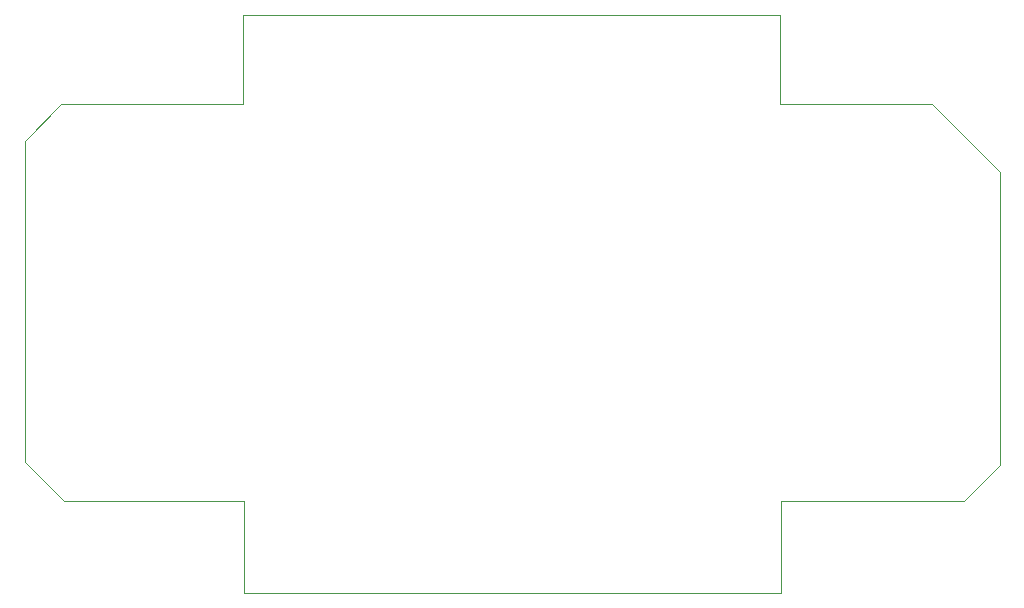
<source format=gbr>
%TF.GenerationSoftware,KiCad,Pcbnew,8.0.0*%
%TF.CreationDate,2024-02-28T09:47:00-08:00*%
%TF.ProjectId,SenseBarnacle,53656e73-6542-4617-926e-61636c652e6b,rev?*%
%TF.SameCoordinates,Original*%
%TF.FileFunction,Profile,NP*%
%FSLAX46Y46*%
G04 Gerber Fmt 4.6, Leading zero omitted, Abs format (unit mm)*
G04 Created by KiCad (PCBNEW 8.0.0) date 2024-02-28 09:47:00*
%MOMM*%
%LPD*%
G01*
G04 APERTURE LIST*
%TA.AperFunction,Profile*%
%ADD10C,0.050000*%
%TD*%
%TA.AperFunction,Profile*%
%ADD11C,0.120000*%
%TD*%
G04 APERTURE END LIST*
D10*
X52797199Y-25035000D02*
X37353999Y-25035000D01*
X113782599Y-58588400D02*
X116830599Y-55540400D01*
X98288599Y-59655200D02*
X98288599Y-58588400D01*
X111115599Y-25035000D02*
X116830599Y-30750000D01*
X52822599Y-59655200D02*
X52822599Y-58588400D01*
X37353999Y-25035000D02*
X34280599Y-28108400D01*
X34280599Y-28108400D02*
X34280599Y-55286400D01*
X52797199Y-24171400D02*
X52797199Y-25035000D01*
X98263199Y-25035000D02*
X111115599Y-25035000D01*
X98288599Y-58588400D02*
X113782599Y-58588400D01*
X116830599Y-30750000D02*
X116830599Y-55540400D01*
X37582599Y-58588400D02*
X34280599Y-55286400D01*
X52822599Y-58588400D02*
X37582599Y-58588400D01*
X98263199Y-24171400D02*
X98263199Y-25035000D01*
D11*
%TO.C,J6*%
X52797199Y-17440400D02*
X52797199Y-23599400D01*
X52797199Y-24171400D02*
X52797199Y-23599400D01*
X98263199Y-17440400D02*
X52797199Y-17440400D01*
X98263199Y-23599400D02*
X98263199Y-17440400D01*
X98263199Y-24171400D02*
X98263199Y-23599400D01*
%TO.C,J7*%
X52822599Y-59655200D02*
X52822599Y-60227200D01*
X52822599Y-66386200D02*
X52822599Y-60227200D01*
X98288599Y-59655200D02*
X98288599Y-60227200D01*
X98288599Y-60227200D02*
X98288599Y-66386200D01*
X98288599Y-66386200D02*
X52822599Y-66386200D01*
%TD*%
M02*

</source>
